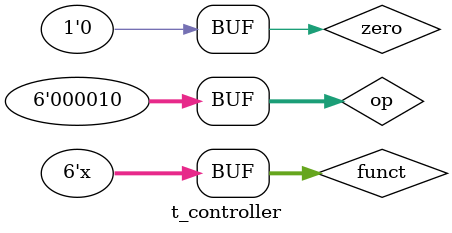
<source format=v>
`timescale 1ns / 1ps

module t_controller( );
  reg [5:0] op, funct;
  reg zero;
  wire memtoreg, memwrite, alusrc, regdst, regwrite, jump, pcsrc;
  wire [2:0] alucontrol;
  
  controller test(op, funct, zero, memtoreg, memwrite, pcsrc, alusrc, regdst, regwrite, jump, alucontrol);
  
  initial begin
    op = 0;
    zero = 0;
    funct = 32;
    #20 op = 6'b000000;
    #20 op = 6'b100011;
    #20 op = 6'b101011;
    #20 op = 6'b000100;
    #20 op = 6'b001000;
    #20 op = 6'b000010;
  end
  
  always begin
    #10
    funct = funct + 1;
  end
endmodule

</source>
